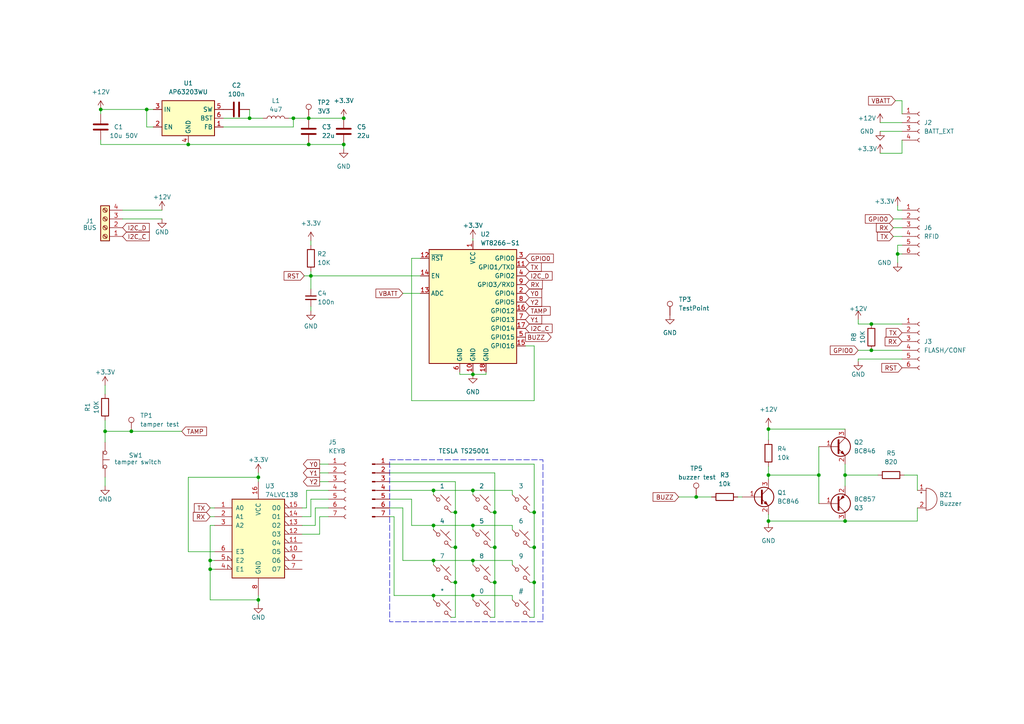
<source format=kicad_sch>
(kicad_sch (version 20230121) (generator eeschema)
  (paper "A4")
  (title_block (title "Q KEY") (rev "1") (company "Radim Kolář, Tomáš Bezányi"))
  (lib_symbols
    (symbol "+12V_1" (power) (pin_numbers hide) (pin_names (offset 0) hide)
      (property "Value" "+12V_1" (at 0 3.556 0))
      (symbol "+12V_1_0_1"
        (polyline (pts (xy -0.762 1.27) (xy 0 2.54)))
        (polyline (pts (xy 0 0) (xy 0 2.54)))
        (polyline (pts (xy 0 2.54) (xy 0.762 1.27)))
      )
      (symbol "+12V_1_1_1"
        (pin power_in line (at 0 0 90) (length 0) hide (name "+12V") (number "1"))
      )
    )
    (symbol "+12V_2" (power) (pin_numbers hide) (pin_names (offset 0) hide)
      (property "Value" "+12V_2" (at 0 3.556 0))
      (symbol "+12V_2_0_1"
        (polyline (pts (xy -0.762 1.27) (xy 0 2.54)))
        (polyline (pts (xy 0 0) (xy 0 2.54)))
        (polyline (pts (xy 0 2.54) (xy 0.762 1.27)))
      )
      (symbol "+12V_2_1_1"
        (pin power_in line (at 0 0 90) (length 0) hide (name "+12V") (number "1"))
      )
    )
    (symbol "+12V_3" (power) (pin_numbers hide) (pin_names (offset 0) hide)
      (property "Value" "+12V_3" (at 0 3.556 0))
      (symbol "+12V_3_0_1"
        (polyline (pts (xy -0.762 1.27) (xy 0 2.54)))
        (polyline (pts (xy 0 0) (xy 0 2.54)))
        (polyline (pts (xy 0 2.54) (xy 0.762 1.27)))
      )
      (symbol "+12V_3_1_1"
        (pin power_in line (at 0 0 90) (length 0) hide (name "+12V") (number "1"))
      )
    )
    (symbol "+3.3V_2" (power) (pin_numbers hide) (pin_names (offset 0) hide)
      (property "Value" "+3.3V_2" (at 0 3.556 0))
      (symbol "+3.3V_2_0_1"
        (polyline (pts (xy -0.762 1.27) (xy 0 2.54)))
        (polyline (pts (xy 0 0) (xy 0 2.54)))
        (polyline (pts (xy 0 2.54) (xy 0.762 1.27)))
      )
      (symbol "+3.3V_2_1_1"
        (pin power_in line (at 0 0 90) (length 0) hide (name "+3.3V") (number "1"))
      )
    )
    (symbol "+3.3V_3" (power) (pin_numbers hide) (pin_names (offset 0) hide)
      (property "Value" "+3.3V_3" (at 0 3.556 0))
      (symbol "+3.3V_3_0_1"
        (polyline (pts (xy -0.762 1.27) (xy 0 2.54)))
        (polyline (pts (xy 0 0) (xy 0 2.54)))
        (polyline (pts (xy 0 2.54) (xy 0.762 1.27)))
      )
      (symbol "+3.3V_3_1_1"
        (pin power_in line (at 0 0 90) (length 0) hide (name "+3.3V") (number "1"))
      )
    )
    (symbol "+3.3V_4" (power) (pin_numbers hide) (pin_names (offset 0) hide)
      (property "Value" "+3.3V_4" (at 0 3.556 0))
      (symbol "+3.3V_4_0_1"
        (polyline (pts (xy -0.762 1.27) (xy 0 2.54)))
        (polyline (pts (xy 0 0) (xy 0 2.54)))
        (polyline (pts (xy 0 2.54) (xy 0.762 1.27)))
      )
      (symbol "+3.3V_4_1_1"
        (pin power_in line (at 0 0 90) (length 0) hide (name "+3.3V") (number "1"))
      )
    )
    (symbol "74xx:74LS138" (pin_names (offset 1.016))
      (property "Reference" "U" (at -7.62 11.43 0))
      (property "Value" "74LS138" (at -7.62 -13.97 0))
      (symbol "74LS138_1_0"
        (pin input line (at -12.7 7.62 0) (length 5.08) (name "A0") (number "1"))
        (pin output output_low (at 12.7 -5.08 180) (length 5.08) (name "O5") (number "10"))
        (pin output output_low (at 12.7 -2.54 180) (length 5.08) (name "O4") (number "11"))
        (pin output output_low (at 12.7 0 180) (length 5.08) (name "O3") (number "12"))
        (pin output output_low (at 12.7 2.54 180) (length 5.08) (name "O2") (number "13"))
        (pin output output_low (at 12.7 5.08 180) (length 5.08) (name "O1") (number "14"))
        (pin output output_low (at 12.7 7.62 180) (length 5.08) (name "O0") (number "15"))
        (pin power_in line (at 0 15.24 270) (length 5.08) (name "VCC") (number "16"))
        (pin input line (at -12.7 5.08 0) (length 5.08) (name "A1") (number "2"))
        (pin input line (at -12.7 2.54 0) (length 5.08) (name "A2") (number "3"))
        (pin input input_low (at -12.7 -10.16 0) (length 5.08) (name "E1") (number "4"))
        (pin input input_low (at -12.7 -7.62 0) (length 5.08) (name "E2") (number "5"))
        (pin input line (at -12.7 -5.08 0) (length 5.08) (name "E3") (number "6"))
        (pin output output_low (at 12.7 -10.16 180) (length 5.08) (name "O7") (number "7"))
        (pin power_in line (at 0 -17.78 90) (length 5.08) (name "GND") (number "8"))
        (pin output output_low (at 12.7 -7.62 180) (length 5.08) (name "O6") (number "9"))
      )
      (symbol "74LS138_1_1"
        (rectangle (start -7.62 10.16) (end 7.62 -12.7) (stroke (width 0.254)) (fill (type background)))
      )
    )
    (symbol "Connector:Conn_01x04_Socket" (pin_names (offset 1.016) hide)
      (property "Reference" "J" (at 0 5.08 0))
      (property "Value" "Conn_01x04_Socket" (at 0 -7.62 0))
      (symbol "Conn_01x04_Socket_1_1"
        (arc (start 0 -4.572) (mid -0.5058 -5.08) (end 0 -5.588) (stroke (width 0.1524)))
        (arc (start 0 -2.032) (mid -0.5058 -2.54) (end 0 -3.048) (stroke (width 0.1524)))
        (polyline (pts (xy -1.27 -5.08) (xy -0.508 -5.08)) (stroke (width 0.1524)))
        (polyline (pts (xy -1.27 -2.54) (xy -0.508 -2.54)) (stroke (width 0.1524)))
        (polyline (pts (xy -1.27 0) (xy -0.508 0)) (stroke (width 0.1524)))
        (polyline (pts (xy -1.27 2.54) (xy -0.508 2.54)) (stroke (width 0.1524)))
        (arc (start 0 0.508) (mid -0.5058 0) (end 0 -0.508) (stroke (width 0.1524)))
        (arc (start 0 3.048) (mid -0.5058 2.54) (end 0 2.032) (stroke (width 0.1524)))
        (pin passive line (at -5.08 2.54 0) (length 3.81) (name "Pin_1") (number "1"))
        (pin passive line (at -5.08 0 0) (length 3.81) (name "Pin_2") (number "2"))
        (pin passive line (at -5.08 -2.54 0) (length 3.81) (name "Pin_3") (number "3"))
        (pin passive line (at -5.08 -5.08 0) (length 3.81) (name "Pin_4") (number "4"))
      )
    )
    (symbol "Connector:Conn_01x06_Socket" (pin_names (offset 1.016) hide)
      (property "Reference" "J" (at 0 7.62 0))
      (property "Value" "Conn_01x06_Socket" (at 0 -10.16 0))
      (symbol "Conn_01x06_Socket_1_1"
        (arc (start 0 -7.112) (mid -0.5058 -7.62) (end 0 -8.128) (stroke (width 0.1524)))
        (arc (start 0 -4.572) (mid -0.5058 -5.08) (end 0 -5.588) (stroke (width 0.1524)))
        (arc (start 0 -2.032) (mid -0.5058 -2.54) (end 0 -3.048) (stroke (width 0.1524)))
        (polyline (pts (xy -1.27 -7.62) (xy -0.508 -7.62)) (stroke (width 0.1524)))
        (polyline (pts (xy -1.27 -5.08) (xy -0.508 -5.08)) (stroke (width 0.1524)))
        (polyline (pts (xy -1.27 -2.54) (xy -0.508 -2.54)) (stroke (width 0.1524)))
        (polyline (pts (xy -1.27 0) (xy -0.508 0)) (stroke (width 0.1524)))
        (polyline (pts (xy -1.27 2.54) (xy -0.508 2.54)) (stroke (width 0.1524)))
        (polyline (pts (xy -1.27 5.08) (xy -0.508 5.08)) (stroke (width 0.1524)))
        (arc (start 0 0.508) (mid -0.5058 0) (end 0 -0.508) (stroke (width 0.1524)))
        (arc (start 0 3.048) (mid -0.5058 2.54) (end 0 2.032) (stroke (width 0.1524)))
        (arc (start 0 5.588) (mid -0.5058 5.08) (end 0 4.572) (stroke (width 0.1524)))
        (pin passive line (at -5.08 5.08 0) (length 3.81) (name "Pin_1") (number "1"))
        (pin passive line (at -5.08 2.54 0) (length 3.81) (name "Pin_2") (number "2"))
        (pin passive line (at -5.08 0 0) (length 3.81) (name "Pin_3") (number "3"))
        (pin passive line (at -5.08 -2.54 0) (length 3.81) (name "Pin_4") (number "4"))
        (pin passive line (at -5.08 -5.08 0) (length 3.81) (name "Pin_5") (number "5"))
        (pin passive line (at -5.08 -7.62 0) (length 3.81) (name "Pin_6") (number "6"))
      )
    )
    (symbol "Connector:Conn_01x07_Pin" (pin_names (offset 1.016) hide)
      (property "Reference" "J" (at 0 10.16 0))
      (property "Value" "Conn_01x07_Pin" (at 0 -10.16 0))
      (symbol "Conn_01x07_Pin_1_1"
        (polyline (pts (xy 1.27 -7.62) (xy 0.8636 -7.62)) (stroke (width 0.1524)))
        (polyline (pts (xy 1.27 -5.08) (xy 0.8636 -5.08)) (stroke (width 0.1524)))
        (polyline (pts (xy 1.27 -2.54) (xy 0.8636 -2.54)) (stroke (width 0.1524)))
        (polyline (pts (xy 1.27 0) (xy 0.8636 0)) (stroke (width 0.1524)))
        (polyline (pts (xy 1.27 2.54) (xy 0.8636 2.54)) (stroke (width 0.1524)))
        (polyline (pts (xy 1.27 5.08) (xy 0.8636 5.08)) (stroke (width 0.1524)))
        (polyline (pts (xy 1.27 7.62) (xy 0.8636 7.62)) (stroke (width 0.1524)))
        (rectangle (start 0.8636 -7.493) (end 0 -7.747) (stroke (width 0.1524)) (fill (type outline)))
        (rectangle (start 0.8636 -4.953) (end 0 -5.207) (stroke (width 0.1524)) (fill (type outline)))
        (rectangle (start 0.8636 -2.413) (end 0 -2.667) (stroke (width 0.1524)) (fill (type outline)))
        (rectangle (start 0.8636 0.127) (end 0 -0.127) (stroke (width 0.1524)) (fill (type outline)))
        (rectangle (start 0.8636 2.667) (end 0 2.413) (stroke (width 0.1524)) (fill (type outline)))
        (rectangle (start 0.8636 5.207) (end 0 4.953) (stroke (width 0.1524)) (fill (type outline)))
        (rectangle (start 0.8636 7.747) (end 0 7.493) (stroke (width 0.1524)) (fill (type outline)))
        (pin passive line (at 5.08 7.62 180) (length 3.81) (name "Pin_1") (number "1"))
        (pin passive line (at 5.08 5.08 180) (length 3.81) (name "Pin_2") (number "2"))
        (pin passive line (at 5.08 2.54 180) (length 3.81) (name "Pin_3") (number "3"))
        (pin passive line (at 5.08 0 180) (length 3.81) (name "Pin_4") (number "4"))
        (pin passive line (at 5.08 -2.54 180) (length 3.81) (name "Pin_5") (number "5"))
        (pin passive line (at 5.08 -5.08 180) (length 3.81) (name "Pin_6") (number "6"))
        (pin passive line (at 5.08 -7.62 180) (length 3.81) (name "Pin_7") (number "7"))
      )
    )
    (symbol "Connector:Conn_01x07_Socket" (pin_names (offset 1.016) hide)
      (property "Reference" "J" (at 0 10.16 0))
      (property "Value" "Conn_01x07_Socket" (at 0 -10.16 0))
      (symbol "Conn_01x07_Socket_1_1"
        (arc (start 0 -7.112) (mid -0.5058 -7.62) (end 0 -8.128) (stroke (width 0.1524)))
        (arc (start 0 -4.572) (mid -0.5058 -5.08) (end 0 -5.588) (stroke (width 0.1524)))
        (arc (start 0 -2.032) (mid -0.5058 -2.54) (end 0 -3.048) (stroke (width 0.1524)))
        (polyline (pts (xy -1.27 -7.62) (xy -0.508 -7.62)) (stroke (width 0.1524)))
        (polyline (pts (xy -1.27 -5.08) (xy -0.508 -5.08)) (stroke (width 0.1524)))
        (polyline (pts (xy -1.27 -2.54) (xy -0.508 -2.54)) (stroke (width 0.1524)))
        (polyline (pts (xy -1.27 0) (xy -0.508 0)) (stroke (width 0.1524)))
        (polyline (pts (xy -1.27 2.54) (xy -0.508 2.54)) (stroke (width 0.1524)))
        (polyline (pts (xy -1.27 5.08) (xy -0.508 5.08)) (stroke (width 0.1524)))
        (polyline (pts (xy -1.27 7.62) (xy -0.508 7.62)) (stroke (width 0.1524)))
        (arc (start 0 0.508) (mid -0.5058 0) (end 0 -0.508) (stroke (width 0.1524)))
        (arc (start 0 3.048) (mid -0.5058 2.54) (end 0 2.032) (stroke (width 0.1524)))
        (arc (start 0 5.588) (mid -0.5058 5.08) (end 0 4.572) (stroke (width 0.1524)))
        (arc (start 0 8.128) (mid -0.5058 7.62) (end 0 7.112) (stroke (width 0.1524)))
        (pin passive line (at -5.08 7.62 0) (length 3.81) (name "Pin_1") (number "1"))
        (pin passive line (at -5.08 5.08 0) (length 3.81) (name "Pin_2") (number "2"))
        (pin passive line (at -5.08 2.54 0) (length 3.81) (name "Pin_3") (number "3"))
        (pin passive line (at -5.08 0 0) (length 3.81) (name "Pin_4") (number "4"))
        (pin passive line (at -5.08 -2.54 0) (length 3.81) (name "Pin_5") (number "5"))
        (pin passive line (at -5.08 -5.08 0) (length 3.81) (name "Pin_6") (number "6"))
        (pin passive line (at -5.08 -7.62 0) (length 3.81) (name "Pin_7") (number "7"))
      )
    )
    (symbol "Connector:Screw_Terminal_01x04" (pin_names (offset 1.016) hide)
      (property "Reference" "J" (at 0 5.08 0))
      (property "Value" "Screw_Terminal_01x04" (at 0 -7.62 0))
      (symbol "Screw_Terminal_01x04_1_1"
        (rectangle (start -1.27 3.81) (end 1.27 -6.35) (stroke (width 0.254)) (fill (type background)))
        (circle (center 0 -5.08) (radius 0.635) (stroke (width 0.1524)))
        (circle (center 0 -2.54) (radius 0.635) (stroke (width 0.1524)))
        (polyline (pts (xy -0.5334 -4.7498) (xy 0.3302 -5.588)) (stroke (width 0.1524)))
        (polyline (pts (xy -0.5334 -2.2098) (xy 0.3302 -3.048)) (stroke (width 0.1524)))
        (polyline (pts (xy -0.5334 0.3302) (xy 0.3302 -0.508)) (stroke (width 0.1524)))
        (polyline (pts (xy -0.5334 2.8702) (xy 0.3302 2.032)) (stroke (width 0.1524)))
        (polyline (pts (xy -0.3556 -4.572) (xy 0.508 -5.4102)) (stroke (width 0.1524)))
        (polyline (pts (xy -0.3556 -2.032) (xy 0.508 -2.8702)) (stroke (width 0.1524)))
        (polyline (pts (xy -0.3556 0.508) (xy 0.508 -0.3302)) (stroke (width 0.1524)))
        (polyline (pts (xy -0.3556 3.048) (xy 0.508 2.2098)) (stroke (width 0.1524)))
        (circle (center 0 0) (radius 0.635) (stroke (width 0.1524)))
        (circle (center 0 2.54) (radius 0.635) (stroke (width 0.1524)))
        (pin passive line (at -5.08 2.54 0) (length 3.81) (name "Pin_1") (number "1"))
        (pin passive line (at -5.08 0 0) (length 3.81) (name "Pin_2") (number "2"))
        (pin passive line (at -5.08 -2.54 0) (length 3.81) (name "Pin_3") (number "3"))
        (pin passive line (at -5.08 -5.08 0) (length 3.81) (name "Pin_4") (number "4"))
      )
    )
    (symbol "Connector:TestPoint" (pin_numbers hide) (pin_names (offset 0.762) hide)
      (property "Reference" "TP" (at 0 6.858 0))
      (property "Value" "TestPoint" (at 0 5.08 0))
      (symbol "TestPoint_0_1"
        (circle (center 0 3.302) (radius 0.762))
      )
      (symbol "TestPoint_1_1"
        (pin passive line (at 0 0 90) (length 2.54) (name "1") (number "1"))
      )
    )
    (symbol "Device:Buzzer" (pin_names (offset 0.0254) hide)
      (property "Reference" "BZ" (at 3.81 1.27 0))
      (property "Value" "Buzzer" (at 3.81 -1.27 0))
      (symbol "Buzzer_0_1"
        (arc (start 0 -3.175) (mid 3.1612 0) (end 0 3.175))
        (polyline (pts (xy -1.651 1.905) (xy -1.143 1.905)))
        (polyline (pts (xy -1.397 2.159) (xy -1.397 1.651)))
        (polyline (pts (xy 0 3.175) (xy 0 -3.175)))
      )
      (symbol "Buzzer_1_1"
        (pin passive line (at -2.54 2.54 0) (length 2.54) (name "-") (number "1"))
        (pin passive line (at -2.54 -2.54 0) (length 2.54) (name "+") (number "2"))
      )
    )
    (symbol "Device:C" (pin_numbers hide) (pin_names (offset 0.254))
      (property "Reference" "C" (at 0.635 2.54 0))
      (property "Value" "C" (at 0.635 -2.54 0))
      (symbol "C_0_1"
        (polyline (pts (xy -2.032 -0.762) (xy 2.032 -0.762)) (stroke (width 0.508)))
        (polyline (pts (xy -2.032 0.762) (xy 2.032 0.762)) (stroke (width 0.508)))
      )
      (symbol "C_1_1"
        (pin passive line (at 0 3.81 270) (length 2.794) (name "~") (number "1"))
        (pin passive line (at 0 -3.81 90) (length 2.794) (name "~") (number "2"))
      )
    )
    (symbol "Device:C_Small" (pin_numbers hide) (pin_names (offset 0.254) hide)
      (property "Reference" "C" (at 0.254 1.778 0))
      (property "Value" "C_Small" (at 0.254 -2.032 0))
      (symbol "C_Small_0_1"
        (polyline (pts (xy -1.524 -0.508) (xy 1.524 -0.508)) (stroke (width 0.3302)))
        (polyline (pts (xy -1.524 0.508) (xy 1.524 0.508)) (stroke (width 0.3048)))
      )
      (symbol "C_Small_1_1"
        (pin passive line (at 0 2.54 270) (length 2.032) (name "~") (number "1"))
        (pin passive line (at 0 -2.54 90) (length 2.032) (name "~") (number "2"))
      )
    )
    (symbol "Device:L" (pin_numbers hide) (pin_names (offset 1.016) hide)
      (property "Reference" "L" (at -1.27 0 90))
      (property "Value" "L" (at 1.905 0 90))
      (symbol "L_0_1"
        (arc (start 0 -2.54) (mid 0.6323 -1.905) (end 0 -1.27))
        (arc (start 0 -1.27) (mid 0.6323 -0.635) (end 0 0))
        (arc (start 0 0) (mid 0.6323 0.635) (end 0 1.27))
        (arc (start 0 1.27) (mid 0.6323 1.905) (end 0 2.54))
      )
      (symbol "L_1_1"
        (pin passive line (at 0 3.81 270) (length 1.27) (name "1") (number "1"))
        (pin passive line (at 0 -3.81 90) (length 1.27) (name "2") (number "2"))
      )
    )
    (symbol "Device:R" (pin_numbers hide) (pin_names (offset 0))
      (property "Reference" "R" (at 2.032 0 90))
      (property "Value" "R" (at 0 0 90))
      (symbol "R_0_1"
        (rectangle (start -1.016 -2.54) (end 1.016 2.54) (stroke (width 0.254)))
      )
      (symbol "R_1_1"
        (pin passive line (at 0 3.81 270) (length 1.27) (name "~") (number "1"))
        (pin passive line (at 0 -3.81 90) (length 1.27) (name "~") (number "2"))
      )
    )
    (symbol "GND_1" (power) (pin_numbers hide) (pin_names (offset 0) hide)
      (property "Value" "GND_1" (at 0 -3.81 0))
      (symbol "GND_1_0_1"
        (polyline (pts (xy 0 0) (xy 0 -1.27) (xy 1.27 -1.27) (xy 0 -2.54) (xy -1.27 -1.27) (xy 0 -1.27)))
      )
      (symbol "GND_1_1_1"
        (pin power_in line (at 0 0 270) (length 0) hide (name "GND") (number "1"))
      )
    )
    (symbol "GND_2" (power) (pin_numbers hide) (pin_names (offset 0) hide)
      (property "Value" "GND_2" (at 0 -3.81 0))
      (symbol "GND_2_0_1"
        (polyline (pts (xy 0 0) (xy 0 -1.27) (xy 1.27 -1.27) (xy 0 -2.54) (xy -1.27 -1.27) (xy 0 -1.27)))
      )
      (symbol "GND_2_1_1"
        (pin power_in line (at 0 0 270) (length 0) hide (name "GND") (number "1"))
      )
    )
    (symbol "GND_3" (power) (pin_names (offset 0))
      (property "Value" "GND_3" (at 0 -3.81 0))
      (symbol "GND_3_0_1"
        (polyline (pts (xy 0 0) (xy 0 -1.27) (xy 1.27 -1.27) (xy 0 -2.54) (xy -1.27 -1.27) (xy 0 -1.27)))
      )
      (symbol "GND_3_1_1"
        (pin power_in line (at 0 0 270) (length 0) hide (name "GND") (number "1"))
      )
    )
    (symbol "GND_5" (power) (pin_numbers hide) (pin_names (offset 0) hide)
      (property "Value" "GND_5" (at 0 -3.81 0))
      (symbol "GND_5_0_1"
        (polyline (pts (xy 0 0) (xy 0 -1.27) (xy 1.27 -1.27) (xy 0 -2.54) (xy -1.27 -1.27) (xy 0 -1.27)))
      )
      (symbol "GND_5_1_1"
        (pin power_in line (at 0 0 270) (length 0) hide (name "GND") (number "1"))
      )
    )
    (symbol "GND_6" (power) (pin_numbers hide) (pin_names (offset 0) hide)
      (property "Value" "GND_6" (at 0 -3.81 0))
      (symbol "GND_6_0_1"
        (polyline (pts (xy 0 0) (xy 0 -1.27) (xy 1.27 -1.27) (xy 0 -2.54) (xy -1.27 -1.27) (xy 0 -1.27)))
      )
      (symbol "GND_6_1_1"
        (pin power_in line (at 0 0 270) (length 0) hide (name "GND") (number "1"))
      )
    )
    (symbol "GND_7" (power) (pin_numbers hide) (pin_names (offset 0) hide)
      (property "Value" "GND_7" (at 0 -3.81 0))
      (symbol "GND_7_0_1"
        (polyline (pts (xy 0 0) (xy 0 -1.27) (xy 1.27 -1.27) (xy 0 -2.54) (xy -1.27 -1.27) (xy 0 -1.27)))
      )
      (symbol "GND_7_1_1"
        (pin power_in line (at 0 0 270) (length 0) hide (name "GND") (number "1"))
      )
    )
    (symbol "Regulator_Switching:AP63203WU"
      (property "Reference" "U" (at -7.62 6.35 0))
      (property "Value" "AP63203WU" (at 2.54 6.35 0))
      (symbol "AP63203WU_0_1"
        (rectangle (start -7.62 5.08) (end 7.62 -5.08) (stroke (width 0.254)) (fill (type background)))
      )
      (symbol "AP63203WU_1_1"
        (pin input line (at 10.16 -2.54 180) (length 2.54) (name "FB") (number "1"))
        (pin input line (at -10.16 -2.54 0) (length 2.54) (name "EN") (number "2"))
        (pin power_in line (at -10.16 2.54 0) (length 2.54) (name "IN") (number "3"))
        (pin power_in line (at 0 -7.62 90) (length 2.54) (name "GND") (number "4"))
        (pin output line (at 10.16 2.54 180) (length 2.54) (name "SW") (number "5"))
        (pin passive line (at 10.16 0 180) (length 2.54) (name "BST") (number "6"))
      )
    )
    (symbol "Switch:SW_Push_45deg" (pin_numbers hide) (pin_names (offset 1.016) hide)
      (property "Reference" "SW" (at 3.048 1.016 0))
      (property "Value" "SW_Push_45deg" (at 0 -3.81 0))
      (symbol "SW_Push_45deg_0_1"
        (circle (center -1.1684 1.1684) (radius 0.508))
        (polyline (pts (xy -0.508 2.54) (xy 2.54 -0.508)))
        (polyline (pts (xy 1.016 1.016) (xy 2.032 2.032)))
        (polyline (pts (xy -2.54 2.54) (xy -1.524 1.524) (xy -1.524 1.524)))
        (polyline (pts (xy 1.524 -1.524) (xy 2.54 -2.54) (xy 2.54 -2.54) (xy 2.54 -2.54)))
        (circle (center 1.143 -1.1938) (radius 0.508))
        (pin passive line (at -2.54 2.54 0) (length 0) (name "1") (number "1"))
        (pin passive line (at 2.54 -2.54 180) (length 0) (name "2") (number "2"))
      )
    )
    (symbol "Switch:SW_Push_Open" (pin_numbers hide) (pin_names (offset 1.016) hide)
      (property "Reference" "SW" (at 0 2.54 0))
      (property "Value" "SW_Push_Open" (at 0 -1.905 0))
      (symbol "SW_Push_Open_0_1"
        (circle (center -2.032 0) (radius 0.508))
        (polyline (pts (xy -2.54 -0.635) (xy 2.54 -0.635)))
        (polyline (pts (xy 0 -0.635) (xy 0 1.27)))
        (circle (center 2.032 0) (radius 0.508))
        (pin passive line (at -5.08 0 0) (length 2.54) (name "A") (number "1"))
      )
      (symbol "SW_Push_Open_1_1"
        (pin passive line (at 5.08 0 180) (length 2.54) (name "B") (number "2"))
      )
    )
    (symbol "Transistor_BJT:BC846" (pin_names (offset 0) hide)
      (property "Reference" "Q" (at 5.08 1.905 0))
      (property "Value" "BC846" (at 5.08 0 0))
      (symbol "BC846_0_1"
        (polyline (pts (xy 0.635 0.635) (xy 2.54 2.54)))
        (polyline (pts (xy 0.635 -0.635) (xy 2.54 -2.54) (xy 2.54 -2.54)))
        (polyline (pts (xy 0.635 1.905) (xy 0.635 -1.905) (xy 0.635 -1.905)) (stroke (width 0.508)))
        (polyline (pts (xy 1.27 -1.778) (xy 1.778 -1.27) (xy 2.286 -2.286) (xy 1.27 -1.778) (xy 1.27 -1.778)) (fill (type outline)))
        (circle (center 1.27 0) (radius 2.8194) (stroke (width 0.254)))
      )
      (symbol "BC846_1_1"
        (pin input line (at -5.08 0 0) (length 5.715) (name "B") (number "1"))
        (pin passive line (at 2.54 -5.08 90) (length 2.54) (name "E") (number "2"))
        (pin passive line (at 2.54 5.08 270) (length 2.54) (name "C") (number "3"))
      )
    )
    (symbol "Transistor_BJT:BC857" (pin_names (offset 0) hide)
      (property "Reference" "Q" (at 5.08 1.905 0))
      (property "Value" "BC857" (at 5.08 0 0))
      (symbol "BC857_0_1"
        (polyline (pts (xy 0.635 0.635) (xy 2.54 2.54)))
        (polyline (pts (xy 0.635 -0.635) (xy 2.54 -2.54) (xy 2.54 -2.54)))
        (polyline (pts (xy 0.635 1.905) (xy 0.635 -1.905) (xy 0.635 -1.905)) (stroke (width 0.508)))
        (polyline (pts (xy 2.286 -1.778) (xy 1.778 -2.286) (xy 1.27 -1.27) (xy 2.286 -1.778) (xy 2.286 -1.778)) (fill (type outline)))
        (circle (center 1.27 0) (radius 2.8194) (stroke (width 0.254)))
      )
      (symbol "BC857_1_1"
        (pin input line (at -5.08 0 0) (length 5.715) (name "B") (number "1"))
        (pin passive line (at 2.54 -5.08 90) (length 2.54) (name "E") (number "2"))
        (pin passive line (at 2.54 5.08 270) (length 2.54) (name "C") (number "3"))
      )
    )
    (symbol "WT8266:WT8266-S1"
      (property "Reference" "U" (at -12.7 19.05 0))
      (property "Value" "WT8266-S1" (at 12.7 19.05 0))
      (symbol "WT8266-S1_0_1"
        (rectangle (start -12.7 17.78) (end 12.7 -15.24) (stroke (width 0.254)) (fill (type background)))
      )
      (symbol "WT8266-S1_1_1"
        (pin power_in line (at 0 20.32 270) (length 2.54) (name "VCC") (number "1"))
        (pin power_in line (at 0 -17.78 90) (length 2.54) (name "GND") (number "10"))
        (pin bidirectional line (at 15.24 12.7 180) (length 2.54) (name "GPIO1/TXD") (number "11"))
        (pin input line (at -15.24 15.24 0) (length 2.54) (name "~{RST}") (number "12"))
        (pin input line (at -15.24 5.08 0) (length 2.54) (name "ADC") (number "13"))
        (pin input line (at -15.24 10.16 0) (length 2.54) (name "EN") (number "14"))
        (pin bidirectional line (at 15.24 -10.16 180) (length 2.54) (name "GPIO16") (number "15"))
        (pin bidirectional line (at 15.24 0 180) (length 2.54) (name "GPIO12") (number "16"))
        (pin bidirectional line (at 15.24 -5.08 180) (length 2.54) (name "GPIO14") (number "17"))
        (pin power_in line (at 3.81 -17.78 90) (length 2.54) (name "GND") (number "18"))
        (pin bidirectional line (at 15.24 5.08 180) (length 2.54) (name "GPIO4") (number "2"))
        (pin bidirectional line (at 15.24 15.24 180) (length 2.54) (name "GPIO0") (number "3"))
        (pin bidirectional line (at 15.24 10.16 180) (length 2.54) (name "GPIO2") (number "4"))
        (pin bidirectional line (at 15.24 -7.62 180) (length 2.54) (name "GPIO15") (number "5"))
        (pin power_in line (at -3.81 -17.78 90) (length 2.54) (name "GND") (number "6"))
        (pin bidirectional line (at 15.24 -2.54 180) (length 2.54) (name "GPIO13") (number "7"))
        (pin bidirectional line (at 15.24 2.54 180) (length 2.54) (name "GPIO5") (number "8"))
        (pin bidirectional line (at 15.24 7.62 180) (length 2.54) (name "GPIO3/RXD") (number "9"))
      )
    )
    (symbol "power:+12V" (power) (pin_numbers hide) (pin_names (offset 0) hide)
      (property "Value" "+12V" (at 0 3.556 0))
      (symbol "+12V_0_1"
        (polyline (pts (xy -0.762 1.27) (xy 0 2.54)))
        (polyline (pts (xy 0 0) (xy 0 2.54)))
        (polyline (pts (xy 0 2.54) (xy 0.762 1.27)))
      )
      (symbol "+12V_1_1"
        (pin power_in line (at 0 0 90) (length 0) hide (name "+12V") (number "1"))
      )
    )
    (symbol "power:+3.3V" (power) (pin_numbers hide) (pin_names (offset 0) hide)
      (property "Value" "+3.3V" (at 0 3.556 0))
      (symbol "+3.3V_0_1"
        (polyline (pts (xy -0.762 1.27) (xy 0 2.54)))
        (polyline (pts (xy 0 0) (xy 0 2.54)))
        (polyline (pts (xy 0 2.54) (xy 0.762 1.27)))
      )
      (symbol "+3.3V_1_1"
        (pin power_in line (at 0 0 90) (length 0) hide (name "+3.3V") (number "1"))
      )
    )
    (symbol "power:GND" (power) (pin_numbers hide) (pin_names (offset 0) hide)
      (property "Value" "GND" (at 0 -3.81 0))
      (symbol "GND_0_1"
        (polyline (pts (xy 0 0) (xy 0 -1.27) (xy 1.27 -1.27) (xy 0 -2.54) (xy -1.27 -1.27) (xy 0 -1.27)))
      )
      (symbol "GND_1_1"
        (pin power_in line (at 0 0 270) (length 0) hide (name "GND") (number "1"))
      )
    )
  )
  (junction (at 245.11 137.795))
  (junction (at 143.51 158.75))
  (junction (at 125.73 142.24))
  (junction (at 125.73 172.72))
  (junction (at 125.73 162.56))
  (junction (at 42.545 31.75))
  (junction (at 252.73 93.98))
  (junction (at 99.695 34.29))
  (junction (at 143.51 148.59))
  (junction (at 137.16 162.56))
  (junction (at 252.73 101.6))
  (junction (at 99.695 41.91))
  (junction (at 137.16 142.24))
  (junction (at 29.21 31.75))
  (junction (at 132.08 148.59))
  (junction (at 245.11 151.13))
  (junction (at 74.93 138.43))
  (junction (at 154.94 148.59))
  (junction (at 201.93 144.145))
  (junction (at 137.16 108.585))
  (junction (at 89.535 41.91))
  (junction (at 85.09 34.29))
  (junction (at 222.885 124.46))
  (junction (at 125.73 152.4))
  (junction (at 30.48 125.095))
  (junction (at 154.94 158.75))
  (junction (at 54.61 41.91))
  (junction (at 90.17 80.01))
  (junction (at 154.94 168.91))
  (junction (at 143.51 168.91))
  (junction (at 237.49 137.795))
  (junction (at 137.16 172.72))
  (junction (at 132.08 158.75))
  (junction (at 222.885 137.795))
  (junction (at 72.39 34.29))
  (junction (at 60.96 165.1))
  (junction (at 38.1 125.095))
  (junction (at 60.96 162.56))
  (junction (at 222.885 151.13))
  (junction (at 132.08 168.91))
  (junction (at 74.93 173.99))
  (junction (at 89.535 34.29))
  (junction (at 260.35 73.66))
  (junction (at 137.16 152.4))
  (wire (pts (xy 248.92 104.14) (xy 261.62 104.14)))
  (wire (pts (xy 137.16 107.95) (xy 137.16 108.585)))
  (wire (pts (xy 44.45 36.83) (xy 42.545 36.83)))
  (wire (pts (xy 132.08 179.07) (xy 130.81 179.07)))
  (wire (pts (xy 153.67 168.91) (xy 154.94 168.91)))
  (wire (pts (xy 92.71 137.16) (xy 95.25 137.16)))
  (wire (pts (xy 259.08 63.5) (xy 261.62 63.5)))
  (wire (pts (xy 248.92 93.98) (xy 248.92 92.71)))
  (wire (pts (xy 88.9 147.32) (xy 88.9 142.24)))
  (wire (pts (xy 261.62 40.64) (xy 261.62 44.45)))
  (wire (pts (xy 99.695 41.91) (xy 99.695 43.18)))
  (wire (pts (xy 29.21 41.91) (xy 54.61 41.91)))
  (wire (pts (xy 90.17 144.78) (xy 95.25 144.78)))
  (wire (pts (xy 132.08 139.7) (xy 113.03 139.7)))
  (wire (pts (xy 148.59 153.67) (xy 148.59 152.4)))
  (wire (pts (xy 132.08 148.59) (xy 132.08 158.75)))
  (wire (pts (xy 72.39 31.75) (xy 72.39 34.29)))
  (wire (pts (xy 29.21 31.75) (xy 42.545 31.75)))
  (wire (pts (xy 222.885 123.825) (xy 222.885 124.46)))
  (wire (pts (xy 113.03 142.24) (xy 125.73 142.24)))
  (wire (pts (xy 116.84 147.32) (xy 113.03 147.32)))
  (wire (pts (xy 92.71 134.62) (xy 95.25 134.62)))
  (wire (pts (xy 119.38 152.4) (xy 119.38 144.78)))
  (wire (pts (xy 137.16 152.4) (xy 148.59 152.4)))
  (wire (pts (xy 148.59 173.99) (xy 148.59 172.72)))
  (wire (pts (xy 248.92 101.6) (xy 252.73 101.6)))
  (wire (pts (xy 137.16 69.85) (xy 137.16 69.215)))
  (wire (pts (xy 132.08 158.75) (xy 132.08 168.91)))
  (wire (pts (xy 119.38 116.205) (xy 119.38 74.93)))
  (wire (pts (xy 119.38 144.78) (xy 113.03 144.78)))
  (wire (pts (xy 252.73 101.6) (xy 261.62 101.6)))
  (wire (pts (xy 116.84 162.56) (xy 116.84 147.32)))
  (wire (pts (xy 130.81 148.59) (xy 132.08 148.59)))
  (wire (pts (xy 255.27 35.56) (xy 261.62 35.56)))
  (wire (pts (xy 125.73 152.4) (xy 137.16 152.4)))
  (wire (pts (xy 119.38 74.93) (xy 121.92 74.93)))
  (wire (pts (xy 74.93 172.72) (xy 74.93 173.99)))
  (wire (pts (xy 245.11 134.62) (xy 245.11 137.795)))
  (wire (pts (xy 90.17 78.74) (xy 90.17 80.01)))
  (wire (pts (xy 125.73 172.72) (xy 125.73 173.99)))
  (wire (pts (xy 91.44 147.32) (xy 95.25 147.32)))
  (wire (pts (xy 87.63 149.86) (xy 90.17 149.86)))
  (wire (pts (xy 148.59 143.51) (xy 148.59 142.24)))
  (wire (pts (xy 261.62 29.21) (xy 261.62 33.02)))
  (wire (pts (xy 196.85 144.145) (xy 201.93 144.145)))
  (wire (pts (xy 213.995 144.145) (xy 215.265 144.145)))
  (wire (pts (xy 114.3 172.72) (xy 125.73 172.72)))
  (wire (pts (xy 60.96 149.86) (xy 62.23 149.86)))
  (wire (pts (xy 222.885 124.46) (xy 222.885 127.635)))
  (wire (pts (xy 29.21 33.02) (xy 29.21 31.75)))
  (wire (pts (xy 222.885 137.795) (xy 222.885 135.255)))
  (wire (pts (xy 152.4 100.33) (xy 154.94 100.33)))
  (wire (pts (xy 114.3 149.86) (xy 114.3 172.72)))
  (wire (pts (xy 148.59 163.83) (xy 148.59 162.56)))
  (wire (pts (xy 89.535 41.91) (xy 99.695 41.91)))
  (wire (pts (xy 137.16 152.4) (xy 137.16 153.67)))
  (wire (pts (xy 125.73 162.56) (xy 137.16 162.56)))
  (wire (pts (xy 143.51 137.16) (xy 143.51 148.59)))
  (wire (pts (xy 133.35 108.585) (xy 137.16 108.585)))
  (wire (pts (xy 85.09 34.29) (xy 83.82 34.29)))
  (wire (pts (xy 90.17 69.85) (xy 90.17 71.12)))
  (wire (pts (xy 137.16 162.56) (xy 137.16 163.83)))
  (wire (pts (xy 119.38 152.4) (xy 125.73 152.4)))
  (wire (pts (xy 90.17 88.9) (xy 90.17 90.17)))
  (wire (pts (xy 255.27 44.45) (xy 261.62 44.45)))
  (wire (pts (xy 87.63 147.32) (xy 88.9 147.32)))
  (wire (pts (xy 54.61 160.02) (xy 62.23 160.02)))
  (wire (pts (xy 92.71 139.7) (xy 95.25 139.7)))
  (wire (pts (xy 153.67 148.59) (xy 154.94 148.59)))
  (wire (pts (xy 90.17 80.01) (xy 121.92 80.01)))
  (wire (pts (xy 222.885 124.46) (xy 245.11 124.46)))
  (wire (pts (xy 260.35 73.66) (xy 261.62 73.66)))
  (wire (pts (xy 30.48 125.095) (xy 38.1 125.095)))
  (wire (pts (xy 266.065 142.24) (xy 266.065 137.795)))
  (wire (pts (xy 143.51 148.59) (xy 143.51 158.75)))
  (wire (pts (xy 87.63 154.94) (xy 92.71 154.94)))
  (wire (pts (xy 125.73 142.24) (xy 137.16 142.24)))
  (wire (pts (xy 261.62 71.12) (xy 260.35 71.12)))
  (wire (pts (xy 143.51 137.16) (xy 113.03 137.16)))
  (wire (pts (xy 261.62 60.96) (xy 260.35 60.96)))
  (wire (pts (xy 245.11 137.795) (xy 254.635 137.795)))
  (wire (pts (xy 154.94 148.59) (xy 154.94 158.75)))
  (wire (pts (xy 132.08 168.91) (xy 132.08 179.07)))
  (wire (pts (xy 154.94 179.07) (xy 153.67 179.07)))
  (wire (pts (xy 137.16 142.24) (xy 137.16 143.51)))
  (wire (pts (xy 154.94 134.62) (xy 154.94 148.59)))
  (wire (pts (xy 74.93 138.43) (xy 54.61 138.43)))
  (wire (pts (xy 248.92 104.14) (xy 248.92 104.775)))
  (wire (pts (xy 137.16 142.24) (xy 148.59 142.24)))
  (wire (pts (xy 92.71 154.94) (xy 92.71 149.86)))
  (wire (pts (xy 64.77 34.29) (xy 72.39 34.29)))
  (wire (pts (xy 74.93 137.16) (xy 74.93 138.43)))
  (wire (pts (xy 266.065 137.795) (xy 262.255 137.795)))
  (wire (pts (xy 142.24 168.91) (xy 143.51 168.91)))
  (wire (pts (xy 125.73 152.4) (xy 125.73 153.67)))
  (wire (pts (xy 113.03 149.86) (xy 114.3 149.86)))
  (wire (pts (xy 116.84 85.09) (xy 121.92 85.09)))
  (wire (pts (xy 30.48 121.92) (xy 30.48 125.095)))
  (wire (pts (xy 142.24 158.75) (xy 143.51 158.75)))
  (wire (pts (xy 237.49 137.795) (xy 237.49 146.05)))
  (wire (pts (xy 130.81 168.91) (xy 132.08 168.91)))
  (wire (pts (xy 60.96 165.1) (xy 62.23 165.1)))
  (wire (pts (xy 222.885 137.795) (xy 237.49 137.795)))
  (wire (pts (xy 87.63 152.4) (xy 91.44 152.4)))
  (wire (pts (xy 89.535 34.29) (xy 99.695 34.29)))
  (wire (pts (xy 237.49 129.54) (xy 237.49 137.795)))
  (wire (pts (xy 74.93 138.43) (xy 74.93 139.7)))
  (wire (pts (xy 85.09 34.29) (xy 85.09 36.83)))
  (wire (pts (xy 54.61 41.91) (xy 89.535 41.91)))
  (wire (pts (xy 125.73 162.56) (xy 125.73 163.83)))
  (wire (pts (xy 137.16 172.72) (xy 148.59 172.72)))
  (wire (pts (xy 42.545 36.83) (xy 42.545 31.75)))
  (wire (pts (xy 154.94 100.33) (xy 154.94 116.205)))
  (wire (pts (xy 38.1 125.095) (xy 52.705 125.095)))
  (wire (pts (xy 259.715 29.21) (xy 261.62 29.21)))
  (wire (pts (xy 60.96 147.32) (xy 62.23 147.32)))
  (wire (pts (xy 143.51 168.91) (xy 143.51 179.07)))
  (wire (pts (xy 62.23 152.4) (xy 60.96 152.4)))
  (wire (pts (xy 153.67 158.75) (xy 154.94 158.75)))
  (wire (pts (xy 60.96 165.1) (xy 60.96 162.56)))
  (wire (pts (xy 90.17 80.01) (xy 90.17 83.82)))
  (wire (pts (xy 54.61 138.43) (xy 54.61 160.02)))
  (wire (pts (xy 222.885 151.13) (xy 222.885 151.765)))
  (wire (pts (xy 125.73 172.72) (xy 137.16 172.72)))
  (wire (pts (xy 30.48 138.43) (xy 30.48 140.97)))
  (wire (pts (xy 35.56 63.5) (xy 46.99 63.5)))
  (wire (pts (xy 64.77 36.83) (xy 85.09 36.83)))
  (wire (pts (xy 248.92 93.98) (xy 252.73 93.98)))
  (wire (pts (xy 143.51 158.75) (xy 143.51 168.91)))
  (wire (pts (xy 35.56 60.96) (xy 46.99 60.96)))
  (wire (pts (xy 60.96 173.99) (xy 60.96 165.1)))
  (wire (pts (xy 222.885 139.065) (xy 222.885 137.795)))
  (wire (pts (xy 72.39 34.29) (xy 76.2 34.29)))
  (wire (pts (xy 130.81 158.75) (xy 132.08 158.75)))
  (wire (pts (xy 255.27 38.1) (xy 261.62 38.1)))
  (wire (pts (xy 74.93 173.99) (xy 60.96 173.99)))
  (wire (pts (xy 252.73 93.98) (xy 261.62 93.98)))
  (wire (pts (xy 60.96 162.56) (xy 62.23 162.56)))
  (wire (pts (xy 260.35 73.66) (xy 260.35 76.2)))
  (wire (pts (xy 245.11 151.13) (xy 266.065 151.13)))
  (wire (pts (xy 90.17 149.86) (xy 90.17 144.78)))
  (wire (pts (xy 137.16 108.585) (xy 140.97 108.585)))
  (wire (pts (xy 92.71 149.86) (xy 95.25 149.86)))
  (wire (pts (xy 88.9 142.24) (xy 95.25 142.24)))
  (wire (pts (xy 259.08 66.04) (xy 261.62 66.04)))
  (wire (pts (xy 116.84 162.56) (xy 125.73 162.56)))
  (wire (pts (xy 29.21 40.64) (xy 29.21 41.91)))
  (wire (pts (xy 142.24 148.59) (xy 143.51 148.59)))
  (wire (pts (xy 137.16 162.56) (xy 148.59 162.56)))
  (wire (pts (xy 245.11 137.795) (xy 245.11 140.97)))
  (wire (pts (xy 91.44 152.4) (xy 91.44 147.32)))
  (wire (pts (xy 222.885 149.225) (xy 222.885 151.13)))
  (wire (pts (xy 143.51 179.07) (xy 142.24 179.07)))
  (wire (pts (xy 140.97 107.95) (xy 140.97 108.585)))
  (wire (pts (xy 154.94 134.62) (xy 113.03 134.62)))
  (wire (pts (xy 125.73 142.24) (xy 125.73 143.51)))
  (wire (pts (xy 74.93 173.99) (xy 74.93 175.26)))
  (wire (pts (xy 42.545 31.75) (xy 44.45 31.75)))
  (wire (pts (xy 201.93 144.145) (xy 206.375 144.145)))
  (wire (pts (xy 154.94 168.91) (xy 154.94 179.07)))
  (wire (pts (xy 88.265 80.01) (xy 90.17 80.01)))
  (wire (pts (xy 60.96 152.4) (xy 60.96 162.56)))
  (wire (pts (xy 154.94 158.75) (xy 154.94 168.91)))
  (wire (pts (xy 30.48 111.76) (xy 30.48 114.3)))
  (wire (pts (xy 154.94 116.205) (xy 119.38 116.205)))
  (wire (pts (xy 259.08 68.58) (xy 261.62 68.58)))
  (wire (pts (xy 133.35 107.95) (xy 133.35 108.585)))
  (wire (pts (xy 260.35 59.69) (xy 260.35 60.96)))
  (wire (pts (xy 266.065 151.13) (xy 266.065 147.32)))
  (wire (pts (xy 137.16 172.72) (xy 137.16 173.99)))
  (wire (pts (xy 132.08 139.7) (xy 132.08 148.59)))
  (wire (pts (xy 260.35 71.12) (xy 260.35 73.66)))
  (wire (pts (xy 30.48 125.095) (xy 30.48 128.27)))
  (wire (pts (xy 222.885 151.13) (xy 245.11 151.13)))
  (wire (pts (xy 85.09 34.29) (xy 89.535 34.29)))
  (rectangle (start 113.03 133.35) (end 157.48 180.34) (stroke (width 0) (type dash)))
  (global_label "RX" (shape input) (at 152.4 82.55 0) (property "Intersheetrefs" "${INTERSHEET_REFS}" (effects hide)))
  (global_label "RST" (shape input) (at 88.265 80.01 180) (property "Intersheetrefs" "${INTERSHEET_REFS}" (effects hide)))
  (global_label "RX" (shape input) (at 261.62 99.06 180) (property "Intersheetrefs" "${INTERSHEET_REFS}" (effects hide)))
  (global_label "Y1" (shape input) (at 152.4 92.71 0) (property "Intersheetrefs" "${INTERSHEET_REFS}" (effects hide)))
  (global_label "TX" (shape input) (at 152.4 77.47 0) (property "Intersheetrefs" "${INTERSHEET_REFS}" (effects hide)))
  (global_label "Y2" (shape output) (at 92.71 139.7 180) (property "Intersheetrefs" "${INTERSHEET_REFS}" (effects hide)))
  (global_label "I2C_C" (shape input) (at 152.4 95.25 0) (property "Intersheetrefs" "${INTERSHEET_REFS}" (effects hide)))
  (global_label "Y2" (shape input) (at 152.4 87.63 0) (property "Intersheetrefs" "${INTERSHEET_REFS}" (effects hide)))
  (global_label "TAMP" (shape input) (at 52.705 125.095 0) (property "Intersheetrefs" "${INTERSHEET_REFS}" (effects hide)))
  (global_label "RX" (shape input) (at 60.96 149.86 180) (property "Intersheetrefs" "${INTERSHEET_REFS}" (effects hide)))
  (global_label "I2C_C" (shape input) (at 35.56 68.58 0) (property "Intersheetrefs" "${INTERSHEET_REFS}" (effects hide)))
  (global_label "Y1" (shape output) (at 92.71 137.16 180) (property "Intersheetrefs" "${INTERSHEET_REFS}" (effects hide)))
  (global_label "VBATT" (shape input) (at 259.715 29.21 180) (property "Intersheetrefs" "${INTERSHEET_REFS}" (effects hide)))
  (global_label "TX" (shape input) (at 259.08 68.58 180) (property "Intersheetrefs" "${INTERSHEET_REFS}" (effects hide)))
  (global_label "VBATT" (shape input) (at 116.84 85.09 180) (property "Intersheetrefs" "${INTERSHEET_REFS}" (effects hide)))
  (global_label "TX" (shape input) (at 261.62 96.52 180) (property "Intersheetrefs" "${INTERSHEET_REFS}" (effects hide)))
  (global_label "TAMP" (shape input) (at 152.4 90.17 0) (property "Intersheetrefs" "${INTERSHEET_REFS}" (effects hide)))
  (global_label "GPIO0" (shape input) (at 248.92 101.6 180) (property "Intersheetrefs" "${INTERSHEET_REFS}" (effects hide)))
  (global_label "I2C_D" (shape input) (at 152.4 80.01 0) (property "Intersheetrefs" "${INTERSHEET_REFS}" (effects hide)))
  (global_label "TX" (shape input) (at 60.96 147.32 180) (property "Intersheetrefs" "${INTERSHEET_REFS}" (effects hide)))
  (global_label "Y0" (shape output) (at 92.71 134.62 180) (property "Intersheetrefs" "${INTERSHEET_REFS}" (effects hide)))
  (global_label "RST" (shape input) (at 261.62 106.68 180) (property "Intersheetrefs" "${INTERSHEET_REFS}" (effects hide)))
  (global_label "BUZZ" (shape input) (at 196.85 144.145 180) (property "Intersheetrefs" "${INTERSHEET_REFS}" (effects hide)))
  (global_label "RX" (shape input) (at 259.08 66.04 180) (property "Intersheetrefs" "${INTERSHEET_REFS}" (effects hide)))
  (global_label "I2C_D" (shape input) (at 35.56 66.04 0) (property "Intersheetrefs" "${INTERSHEET_REFS}" (effects hide)))
  (global_label "BUZZ" (shape output) (at 152.4 97.79 0) (property "Intersheetrefs" "${INTERSHEET_REFS}" (effects hide)))
  (global_label "Y0" (shape input) (at 152.4 85.09 0) (property "Intersheetrefs" "${INTERSHEET_REFS}" (effects hide)))
  (global_label "GPIO0" (shape input) (at 259.08 63.5 180) (property "Intersheetrefs" "${INTERSHEET_REFS}" (effects hide)))
  (global_label "GPIO0" (shape input) (at 152.4 74.93 0) (property "Intersheetrefs" "${INTERSHEET_REFS}" (effects hide)))
  (symbol (lib_id "Connector:Conn_01x06_Socket") (at 266.7 66.04 0) (unit 1)
    (property "Reference" "J6" (at 267.97 66.04 0) (effects (justify left)))
    (property "Value" "RFID" (at 267.97 68.58 0) (effects (justify left)))
    (property "Footprint" "Connector_PinSocket_2.54mm:PinSocket_1x06_P2.54mm_Horizontal" (effects hide))
  )
  (symbol (lib_name "+12V_2") (lib_id "power:+12V") (at 222.885 123.825 0) (unit 1)
    (property "Reference" "#PWR012" (effects hide))
    (property "Value" "+12V" (at 222.885 118.745 0))
  )
  (symbol (lib_id "Device:R") (at 210.185 144.145 90) (unit 1)
    (property "Reference" "R3" (at 210.185 137.795 90))
    (property "Value" "10k" (at 210.185 140.335 90))
    (property "Footprint" "Resistor_SMD:R_0603_1608Metric" (effects hide))
  )
  (symbol (lib_id "Switch:SW_Push_45deg") (at 128.27 156.21 0) (unit 1) (in_bom no) (on_board no)
    (property "Reference" "SW_K4" (effects hide))
    (property "Value" "4" (at 128.27 151.13 0))
  )
  (symbol (lib_id "Switch:SW_Push_45deg") (at 128.27 146.05 0) (unit 1) (in_bom no) (on_board no)
    (property "Reference" "SW_K1" (effects hide))
    (property "Value" "1" (at 128.27 140.97 0))
  )
  (symbol (lib_name "GND_6") (lib_id "power:GND") (at 30.48 140.97 0) (unit 1)
    (property "Reference" "#PWR03" (effects hide))
    (property "Value" "GND" (at 30.48 144.78 0))
  )
  (symbol (lib_id "Switch:SW_Push_45deg") (at 151.13 156.21 0) (unit 1) (in_bom no) (on_board no)
    (property "Reference" "SW_K6" (effects hide))
    (property "Value" "6" (at 151.13 151.13 0))
  )
  (symbol (lib_id "Transistor_BJT:BC846") (at 220.345 144.145 0) (unit 1)
    (property "Reference" "Q1" (at 225.425 142.875 0) (effects (justify left)))
    (property "Value" "BC846" (at 225.425 145.415 0) (effects (justify left)))
    (property "Footprint" "Package_TO_SOT_SMD:SOT-23" (effects hide))
    (property "Datasheet" "https://assets.nexperia.com/documents/data-sheet/BC846_SER.pdf" (effects hide))
  )
  (symbol (lib_id "WT8266:WT8266-S1") (at 137.16 90.17 0) (unit 1)
    (property "Reference" "U2" (at 139.3541 67.945 0) (effects (justify left)))
    (property "Value" "WT8266-S1" (at 139.3541 70.485 0) (effects (justify left)))
    (property "Footprint" "WT8266:WT8266-S1" (effects hide))
    (property "Datasheet" "https://botland.cz/index.php?controller=attachment&id_attachment=1796" (effects hide))
  )
  (symbol (lib_id "Device:L") (at 80.01 34.29 90) (unit 1)
    (property "Reference" "L1" (at 80.01 29.21 90))
    (property "Value" "4u7" (at 80.01 31.75 90))
    (property "Footprint" "Inductor_SMD:L_Ferrocore_DLG-0504" (effects hide))
    (property "Datasheet" "https://www.tme.eu/Document/bda580f72a60a2225c2f6576c2740ae1/dlg-0504.pdf" (effects hide))
  )
  (symbol (lib_name "+3.3V_2") (lib_id "power:+3.3V") (at 90.17 69.85 0) (unit 1)
    (property "Reference" "#PWR06" (effects hide))
    (property "Value" "+3.3V" (at 90.17 64.77 0))
  )
  (symbol (lib_name "GND_7") (lib_id "power:GND") (at 255.27 38.1 0) (unit 1)
    (property "Reference" "#PWR016" (effects hide))
    (property "Value" "GND" (at 251.46 38.1 0))
  )
  (symbol (lib_name "+12V_3") (lib_id "power:+12V") (at 255.27 35.56 0) (unit 1)
    (property "Reference" "#PWR015" (effects hide))
    (property "Value" "+12V" (at 251.46 34.29 0))
  )
  (symbol (lib_id "Connector:Conn_01x04_Socket") (at 266.7 35.56 0) (unit 1)
    (property "Reference" "J2" (at 267.97 35.56 0) (effects (justify left)))
    (property "Value" "BATT_EXT" (at 267.97 38.1 0) (effects (justify left)))
    (property "Footprint" "Connector_PinSocket_2.54mm:PinSocket_1x04_P2.54mm_Horizontal" (effects hide))
  )
  (symbol (lib_name "+3.3V_3") (lib_id "power:+3.3V") (at 30.48 111.76 0) (unit 1)
    (property "Reference" "#PWR02" (effects hide))
    (property "Value" "+3.3V" (at 30.48 107.95 0))
  )
  (symbol (lib_id "Transistor_BJT:BC846") (at 242.57 129.54 0) (unit 1)
    (property "Reference" "Q2" (at 247.65 128.27 0) (effects (justify left)))
    (property "Value" "BC846" (at 247.65 130.81 0) (effects (justify left)))
    (property "Footprint" "Package_TO_SOT_SMD:SOT-23" (effects hide))
    (property "Datasheet" "https://assets.nexperia.com/documents/data-sheet/BC846_SER.pdf" (effects hide))
  )
  (symbol (lib_id "Device:C") (at 29.21 36.83 0) (unit 1)
    (property "Reference" "C1" (at 33.02 36.83 0) (effects (justify left)))
    (property "Value" "10u 50V" (at 31.75 39.37 0) (effects (justify left)))
    (property "Footprint" "Capacitor_SMD:CP_Elec_5x5.3" (effects hide))
    (property "Datasheet" "https://www.tme.eu/Document/aac1e387ce18b346062dc6a9fcbcf88f/sc.pdf" (effects hide))
  )
  (symbol (lib_name "GND_7") (lib_id "power:GND") (at 260.35 76.2 0) (unit 1)
    (property "Reference" "#PWR022" (effects hide))
    (property "Value" "GND" (at 256.54 76.2 0))
  )
  (symbol (lib_name "GND_2") (lib_id "power:GND") (at 248.92 104.775 0) (mirror y) (unit 1)
    (property "Reference" "#PWR014" (effects hide))
    (property "Value" "GND" (at 248.92 108.585 0))
  )
  (symbol (lib_id "Transistor_BJT:BC857") (at 242.57 146.05 0) (mirror x) (unit 1)
    (property "Reference" "Q3" (at 247.65 147.32 0) (effects (justify left)))
    (property "Value" "BC857" (at 247.65 144.78 0) (effects (justify left)))
    (property "Footprint" "Package_TO_SOT_SMD:SOT-23" (effects hide))
    (property "Datasheet" "https://www.onsemi.com/pub/Collateral/BC860-D.pdf" (effects hide))
  )
  (symbol (lib_name "+3.3V_4") (lib_id "power:+3.3V") (at 255.27 44.45 0) (unit 1)
    (property "Reference" "#PWR017" (effects hide))
    (property "Value" "+3.3V" (at 251.46 43.18 0))
  )
  (symbol (lib_id "Connector:Conn_01x06_Socket") (at 266.7 99.06 0) (unit 1)
    (property "Reference" "J3" (at 267.97 99.06 0) (effects (justify left)))
    (property "Value" "FLASH/CONF" (at 267.97 101.6 0) (effects (justify left)))
    (property "Footprint" "Connector_PinSocket_2.54mm:PinSocket_1x06_P2.54mm_Horizontal" (effects hide))
  )
  (symbol (lib_id "Switch:SW_Push_45deg") (at 151.13 146.05 0) (unit 1) (in_bom no) (on_board no)
    (property "Reference" "SW_K3" (effects hide))
    (property "Value" "3" (at 151.13 140.97 0))
  )
  (symbol (lib_id "power:GND") (at 90.17 90.17 0) (unit 1)
    (property "Reference" "#PWR07" (effects hide))
    (property "Value" "GND" (at 90.17 94.615 0))
  )
  (symbol (lib_id "power:+3.3V") (at 137.16 69.215 0) (unit 1)
    (property "Reference" "#PWR010" (effects hide))
    (property "Value" "+3.3V" (at 137.16 65.405 0))
  )
  (symbol (lib_id "Connector:Conn_01x07_Pin") (at 107.95 142.24 0) (unit 1) (in_bom no) (on_board no)
    (property "Reference" "J4" (effects hide))
    (property "Value" "TESLA TS25001" (at 134.62 130.81 0))
  )
  (symbol (lib_name "GND_3") (lib_id "power:GND") (at 194.31 91.44 0) (unit 1)
    (property "Reference" "#PWR023" (effects hide))
    (property "Value" "GND" (at 194.31 96.52 0))
  )
  (symbol (lib_id "Device:C") (at 68.58 31.75 90) (unit 1)
    (property "Reference" "C2" (at 68.58 24.765 90))
    (property "Value" "100n" (at 68.58 27.305 90))
    (property "Footprint" "Capacitor_SMD:C_0603_1608Metric" (effects hide))
    (property "Datasheet" "https://www.tme.eu/Document/aac1e387ce18b346062dc6a9fcbcf88f/sc.pdf" (effects hide))
  )
  (symbol (lib_name "GND_6") (lib_id "power:GND") (at 74.93 175.26 0) (unit 1)
    (property "Reference" "#PWR019" (effects hide))
    (property "Value" "GND" (at 74.93 179.07 0))
  )
  (symbol (lib_id "Device:R") (at 252.73 97.79 0) (unit 1)
    (property "Reference" "R8" (at 247.65 97.79 90))
    (property "Value" "10K" (at 250.19 97.79 90))
    (property "Footprint" "Resistor_SMD:R_0603_1608Metric" (effects hide))
  )
  (symbol (lib_id "Device:R") (at 90.17 74.93 180) (unit 1)
    (property "Reference" "R2" (at 93.345 73.66 0))
    (property "Value" "10K" (at 93.98 76.2 0))
    (property "Footprint" "Resistor_SMD:R_0603_1608Metric" (effects hide))
  )
  (symbol (lib_name "+12V_2") (lib_id "power:+12V") (at 29.21 31.75 0) (unit 1)
    (property "Reference" "#PWR01" (effects hide))
    (property "Value" "+12V" (at 29.21 26.67 0))
  )
  (symbol (lib_id "Device:Buzzer") (at 268.605 144.78 0) (unit 1)
    (property "Reference" "BZ1" (at 272.415 143.51 0) (effects (justify left)))
    (property "Value" "Buzzer" (at 272.415 146.05 0) (effects (justify left)))
    (property "Footprint" "LPT2270AS buzzer:LPT2270AS" (effects hide))
    (property "Datasheet" "https://www.tme.eu/Document/ebee8c70ade5bd1974a0dd85960641eb/LPT2270AS-HS-12-4.0-19-R.pdf" (effects hide))
  )
  (symbol (lib_name "+12V_1") (lib_id "power:+12V") (at 46.99 60.96 0) (unit 1)
    (property "Reference" "#PWR04" (effects hide))
    (property "Value" "+12V" (at 46.99 57.15 0))
  )
  (symbol (lib_id "Switch:SW_Push_45deg") (at 139.7 146.05 0) (unit 1) (in_bom no) (on_board no)
    (property "Reference" "SW_K2" (effects hide))
    (property "Value" "2" (at 139.7 140.97 0))
  )
  (symbol (lib_id "Regulator_Switching:AP63203WU") (at 54.61 34.29 0) (unit 1)
    (property "Reference" "U1" (at 54.61 24.13 0))
    (property "Value" "AP63203WU" (at 54.61 26.67 0))
    (property "Footprint" "Package_TO_SOT_SMD:TSOT-23-6" (effects hide))
    (property "Datasheet" "https://www.diodes.com/assets/Datasheets/AP63200-AP63201-AP63203-AP63205.pdf" (effects hide))
  )
  (symbol (lib_id "power:+12V") (at 248.92 92.71 0) (mirror y) (unit 1)
    (property "Reference" "#PWR018" (effects hide))
    (property "Value" "+12V" (at 248.92 89.535 0))
  )
  (symbol (lib_id "Switch:SW_Push_45deg") (at 151.13 166.37 0) (unit 1) (in_bom no) (on_board no)
    (property "Reference" "SW_K9" (effects hide))
    (property "Value" "9" (at 151.13 161.29 0))
  )
  (symbol (lib_id "Device:R") (at 222.885 131.445 0) (unit 1)
    (property "Reference" "R4" (at 225.425 130.175 0) (effects (justify left)))
    (property "Value" "10k" (at 225.425 132.715 0) (effects (justify left)))
    (property "Footprint" "Resistor_SMD:R_0603_1608Metric" (effects hide))
  )
  (symbol (lib_id "power:+3.3V") (at 99.695 34.29 0) (unit 1)
    (property "Reference" "#PWR08" (effects hide))
    (property "Value" "+3.3V" (at 99.695 29.21 0))
  )
  (symbol (lib_name "GND_2") (lib_id "power:GND") (at 222.885 151.765 0) (unit 1)
    (property "Reference" "#PWR013" (effects hide))
    (property "Value" "GND" (at 222.885 156.845 0))
  )
  (symbol (lib_id "Device:C_Small") (at 90.17 86.36 0) (unit 1)
    (property "Reference" "C4" (at 92.075 85.09 0) (effects (justify left)))
    (property "Value" "100n" (at 92.075 87.63 0) (effects (justify left)))
    (property "Footprint" "Capacitor_SMD:C_0603_1608Metric" (effects hide))
    (property "Datasheet" "https://www.tme.eu/Document/aac1e387ce18b346062dc6a9fcbcf88f/sc.pdf" (effects hide))
  )
  (symbol (lib_id "Switch:SW_Push_45deg") (at 139.7 166.37 0) (unit 1) (in_bom no) (on_board no)
    (property "Reference" "SW_K8" (effects hide))
    (property "Value" "8" (at 139.7 161.29 0))
  )
  (symbol (lib_id "Device:C") (at 99.695 38.1 0) (unit 1)
    (property "Reference" "C5" (at 103.505 36.83 0) (effects (justify left)))
    (property "Value" "22u" (at 103.505 39.37 0) (effects (justify left)))
    (property "Footprint" "Capacitor_SMD:C_0603_1608Metric" (effects hide))
    (property "Datasheet" "https://www.tme.eu/Document/58bb7db4269ac3ad53d1aa3c0ade9bab/GRM.pdf" (effects hide))
  )
  (symbol (lib_id "Connector:TestPoint") (at 194.31 91.44 0) (unit 1)
    (property "Reference" "TP3" (at 196.85 86.868 0) (effects (justify left)))
    (property "Value" "TestPoint" (at 196.85 89.408 0) (effects (justify left)))
    (property "Footprint" "TestPoint:TestPoint_Pad_1.5x1.5mm" (effects hide))
  )
  (symbol (lib_id "Switch:SW_Push_45deg") (at 128.27 176.53 0) (unit 1) (in_bom no) (on_board no)
    (property "Reference" "SW_K11" (effects hide))
    (property "Value" "*" (at 128.27 171.45 0))
  )
  (symbol (lib_id "Connector:TestPoint") (at 201.93 144.145 0) (unit 1)
    (property "Reference" "TP5" (at 203.835 135.89 0) (effects (justify right)))
    (property "Value" "buzzer test" (at 207.645 138.43 0) (effects (justify right)))
    (property "Footprint" "TestPoint:TestPoint_Pad_1.5x1.5mm" (effects hide))
  )
  (symbol (lib_id "74xx:74LS138") (at 74.93 154.94 0) (unit 1)
    (property "Reference" "U3" (at 76.8859 140.97 0) (effects (justify left)))
    (property "Value" "74LVC138" (at 76.8859 143.51 0) (effects (justify left)))
    (property "Footprint" "Package_SO:TSSOP-16_4.4x5mm_P0.65mm" (effects hide))
    (property "Datasheet" "https://assets.nexperia.com/documents/data-sheet/74LVC138A.pdf" (effects hide))
  )
  (symbol (lib_name "+3.3V_3") (lib_id "power:+3.3V") (at 74.93 137.16 0) (unit 1)
    (property "Reference" "#PWR020" (effects hide))
    (property "Value" "+3.3V" (at 74.93 133.35 0))
  )
  (symbol (lib_id "Switch:SW_Push_Open") (at 30.48 133.35 270) (unit 1)
    (property "Reference" "SW1" (at 39.37 132.08 90))
    (property "Value" "tamper switch" (at 40.005 133.985 90))
    (property "Footprint" "Button_Switch_THT:SW_PUSH_6mm" (effects hide))
  )
  (symbol (lib_id "Device:C") (at 89.535 38.1 0) (unit 1)
    (property "Reference" "C3" (at 93.345 36.83 0) (effects (justify left)))
    (property "Value" "22u" (at 93.345 39.37 0) (effects (justify left)))
    (property "Footprint" "Capacitor_SMD:C_0603_1608Metric" (effects hide))
    (property "Datasheet" "https://www.tme.eu/Document/58bb7db4269ac3ad53d1aa3c0ade9bab/GRM.pdf" (effects hide))
  )
  (symbol (lib_id "Switch:SW_Push_45deg") (at 151.13 176.53 0) (unit 1) (in_bom no) (on_board no)
    (property "Reference" "SW_K15" (effects hide))
    (property "Value" "#" (at 151.13 171.45 0))
  )
  (symbol (lib_id "Device:R") (at 258.445 137.795 90) (unit 1)
    (property "Reference" "R5" (at 258.445 131.445 90))
    (property "Value" "820" (at 258.445 133.985 90))
    (property "Footprint" "Resistor_SMD:R_0603_1608Metric" (effects hide))
  )
  (symbol (lib_id "Switch:SW_Push_45deg") (at 128.27 166.37 0) (unit 1) (in_bom no) (on_board no)
    (property "Reference" "SW_K7" (effects hide))
    (property "Value" "7" (at 128.27 161.29 0))
  )
  (symbol (lib_id "Connector:TestPoint") (at 89.535 34.29 0) (unit 1)
    (property "Reference" "TP2" (at 92.075 29.718 0) (effects (justify left)))
    (property "Value" "3V3" (at 92.075 32.258 0) (effects (justify left)))
    (property "Footprint" "TestPoint:TestPoint_Pad_1.5x1.5mm" (effects hide))
  )
  (symbol (lib_id "Device:R") (at 30.48 118.11 0) (unit 1)
    (property "Reference" "R1" (at 25.4 118.11 90))
    (property "Value" "10K" (at 27.94 118.11 90))
    (property "Footprint" "Resistor_SMD:R_0603_1608Metric" (effects hide))
  )
  (symbol (lib_name "+3.3V_4") (lib_id "power:+3.3V") (at 260.35 59.69 0) (unit 1)
    (property "Reference" "#PWR021" (effects hide))
    (property "Value" "+3.3V" (at 256.54 58.42 0))
  )
  (symbol (lib_id "Connector:Screw_Terminal_01x04") (at 30.48 66.04 180) (unit 1)
    (property "Reference" "J1" (at 26.035 64.135 0))
    (property "Value" "BUS" (at 26.035 66.04 0))
    (property "Footprint" "TerminalBlock:TerminalBlock_Altech_AK300-4_P5.00mm" (effects hide))
  )
  (symbol (lib_id "Connector:Conn_01x07_Socket") (at 100.33 142.24 0) (unit 1)
    (property "Reference" "J5" (at 95.25 128.27 0) (effects (justify left)))
    (property "Value" "KEYB" (at 95.25 130.81 0) (effects (justify left)))
    (property "Footprint" "Connector_PinSocket_2.54mm:PinSocket_1x07_P2.54mm_Horizontal" (effects hide))
  )
  (symbol (lib_name "GND_2") (lib_id "power:GND") (at 137.16 108.585 0) (unit 1)
    (property "Reference" "#PWR011" (effects hide))
    (property "Value" "GND" (at 137.16 113.665 0))
  )
  (symbol (lib_name "GND_5") (lib_id "power:GND") (at 99.695 43.18 0) (unit 1)
    (property "Reference" "#PWR09" (effects hide))
    (property "Value" "GND" (at 99.695 48.26 0))
  )
  (symbol (lib_id "Connector:TestPoint") (at 38.1 125.095 0) (unit 1)
    (property "Reference" "TP1" (at 40.64 120.523 0) (effects (justify left)))
    (property "Value" "tamper test" (at 40.64 123.063 0) (effects (justify left)))
    (property "Footprint" "TestPoint:TestPoint_Pad_1.5x1.5mm" (effects hide))
  )
  (symbol (lib_name "GND_1") (lib_id "power:GND") (at 46.99 63.5 0) (unit 1)
    (property "Reference" "#PWR05" (effects hide))
    (property "Value" "GND" (at 46.99 67.31 0))
  )
  (symbol (lib_id "Switch:SW_Push_45deg") (at 139.7 176.53 0) (unit 1) (in_bom no) (on_board no)
    (property "Reference" "SW_K13" (effects hide))
    (property "Value" "0" (at 139.7 171.45 0))
  )
  (symbol (lib_id "Switch:SW_Push_45deg") (at 139.7 156.21 0) (unit 1) (in_bom no) (on_board no)
    (property "Reference" "SW_K5" (effects hide))
    (property "Value" "5" (at 139.7 151.13 0))
  )
)
</source>
